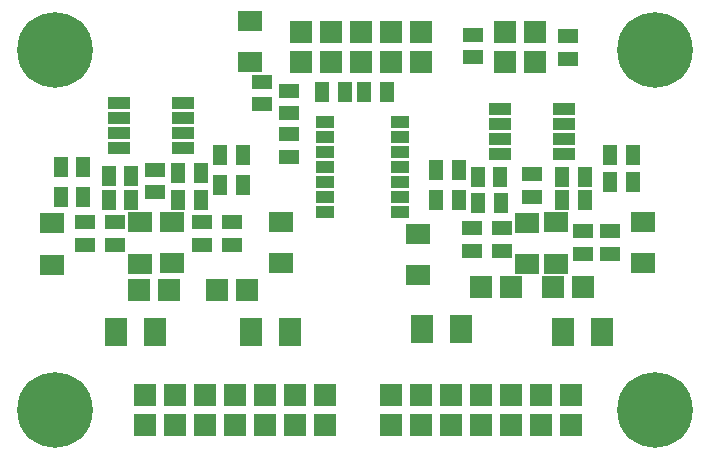
<source format=gbr>
G04 #@! TF.FileFunction,Soldermask,Bot*
%FSLAX46Y46*%
G04 Gerber Fmt 4.6, Leading zero omitted, Abs format (unit mm)*
G04 Created by KiCad (PCBNEW (2016-09-17 revision 679eef1)-makepkg) date 09/29/16 11:16:47*
%MOMM*%
%LPD*%
G01*
G04 APERTURE LIST*
%ADD10C,0.500000*%
%ADD11R,1.289000X1.797000*%
%ADD12R,1.950000X1.000000*%
%ADD13R,1.797000X1.289000*%
%ADD14R,2.099260X1.700480*%
%ADD15R,1.924000X1.924000*%
%ADD16C,6.400000*%
%ADD17R,1.543000X1.000000*%
%ADD18R,1.924000X2.432000*%
G04 APERTURE END LIST*
D10*
D11*
X7493000Y25654000D03*
X5588000Y25654000D03*
X37401500Y25400000D03*
X39306500Y25400000D03*
X39306500Y22860000D03*
X37401500Y22860000D03*
X40919400Y24841200D03*
X42824400Y24841200D03*
D12*
X42766000Y26797000D03*
X42766000Y28067000D03*
X42766000Y29337000D03*
X42766000Y30607000D03*
X48166000Y30607000D03*
X48166000Y29337000D03*
X48166000Y28067000D03*
X48166000Y26797000D03*
D13*
X40538400Y34975800D03*
X40538400Y36880800D03*
D11*
X11582400Y22860000D03*
X9677400Y22860000D03*
D14*
X4876800Y20901660D03*
X4876800Y17401540D03*
D13*
X24892000Y28448000D03*
X24892000Y26543000D03*
X24892000Y30226000D03*
X24892000Y32131000D03*
D11*
X19113500Y26670000D03*
X21018500Y26670000D03*
D13*
X13563600Y25438100D03*
X13563600Y23533100D03*
D11*
X15557500Y22860000D03*
X17462500Y22860000D03*
X52133500Y24384000D03*
X54038500Y24384000D03*
X42862500Y22606000D03*
X40957500Y22606000D03*
X48069500Y24790400D03*
X49974500Y24790400D03*
D14*
X21590000Y34571940D03*
X21590000Y38072060D03*
X12344400Y20980400D03*
X12344400Y17480280D03*
X14986000Y21054060D03*
X14986000Y17553940D03*
X24231600Y21031200D03*
X24231600Y17531080D03*
X45059600Y20929600D03*
X45059600Y17429480D03*
X47498000Y21003260D03*
X47498000Y17503140D03*
X35814000Y20038060D03*
X35814000Y16537940D03*
X54864000Y21054060D03*
X54864000Y17553940D03*
D15*
X14732000Y15240000D03*
X12192000Y15240000D03*
X18796000Y15240000D03*
X21336000Y15240000D03*
X43688000Y15494000D03*
X41148000Y15494000D03*
X47244000Y15494000D03*
X49784000Y15494000D03*
X43180000Y34544000D03*
X43180000Y37084000D03*
X45720000Y34544000D03*
X45720000Y37084000D03*
X25908000Y34544000D03*
X25908000Y37084000D03*
X28448000Y34544000D03*
X28448000Y37084000D03*
X30988000Y34544000D03*
X30988000Y37084000D03*
X33528000Y34544000D03*
X33528000Y37084000D03*
X36068000Y34544000D03*
X36068000Y37084000D03*
D16*
X55880000Y35560000D03*
X5080000Y5080000D03*
X55880000Y5080000D03*
X5080000Y35560000D03*
D13*
X10210800Y21018500D03*
X10210800Y19113500D03*
X7670800Y21018500D03*
X7670800Y19113500D03*
X17526000Y21018500D03*
X17526000Y19113500D03*
X20066000Y21018500D03*
X20066000Y19113500D03*
D11*
X5588000Y23114000D03*
X7493000Y23114000D03*
X21018500Y24130000D03*
X19113500Y24130000D03*
X9677400Y24892000D03*
X11582400Y24892000D03*
X17462500Y25146000D03*
X15557500Y25146000D03*
D13*
X42926000Y20510500D03*
X42926000Y18605500D03*
X40386000Y20510500D03*
X40386000Y18605500D03*
X49784000Y20256500D03*
X49784000Y18351500D03*
X52070000Y20256500D03*
X52070000Y18351500D03*
D11*
X54038500Y26670000D03*
X52133500Y26670000D03*
X49974500Y22860000D03*
X48069500Y22860000D03*
D13*
X48514000Y34861500D03*
X48514000Y36766500D03*
D11*
X29654500Y32004000D03*
X27749500Y32004000D03*
X31305500Y32004000D03*
X33210500Y32004000D03*
D12*
X10508000Y27305000D03*
X10508000Y28575000D03*
X10508000Y29845000D03*
X10508000Y31115000D03*
X15908000Y31115000D03*
X15908000Y29845000D03*
X15908000Y28575000D03*
X15908000Y27305000D03*
D17*
X27940000Y21844000D03*
X27940000Y23114000D03*
X27940000Y24384000D03*
X27940000Y25654000D03*
X27940000Y26924000D03*
X27940000Y28194000D03*
X27940000Y29464000D03*
X34290000Y29464000D03*
X34290000Y28194000D03*
X34290000Y25654000D03*
X34290000Y24384000D03*
X34290000Y23114000D03*
X34290000Y21844000D03*
X34290000Y26924000D03*
D13*
X45466000Y25082500D03*
X45466000Y23177500D03*
D15*
X27940000Y3810000D03*
X27940000Y6350000D03*
X22860000Y3810000D03*
X22860000Y6350000D03*
X25400000Y3810000D03*
X25400000Y6350000D03*
X20320000Y3810000D03*
X20320000Y6350000D03*
X38608000Y3810000D03*
X38608000Y6350000D03*
X36068000Y3810000D03*
X36068000Y6350000D03*
X48768000Y3810000D03*
X48768000Y6350000D03*
X43688000Y3810000D03*
X43688000Y6350000D03*
X46228000Y3810000D03*
X46228000Y6350000D03*
X33528000Y3810000D03*
X33528000Y6350000D03*
X41148000Y3810000D03*
X41148000Y6350000D03*
X12700000Y3810000D03*
X12700000Y6350000D03*
X17780000Y3810000D03*
X17780000Y6350000D03*
X15240000Y3810000D03*
X15240000Y6350000D03*
D13*
X22606000Y30988000D03*
X22606000Y32893000D03*
D18*
X13589000Y11684000D03*
X10287000Y11684000D03*
X25019000Y11684000D03*
X21717000Y11684000D03*
X39497000Y11938000D03*
X36195000Y11938000D03*
X51435000Y11684000D03*
X48133000Y11684000D03*
M02*

</source>
